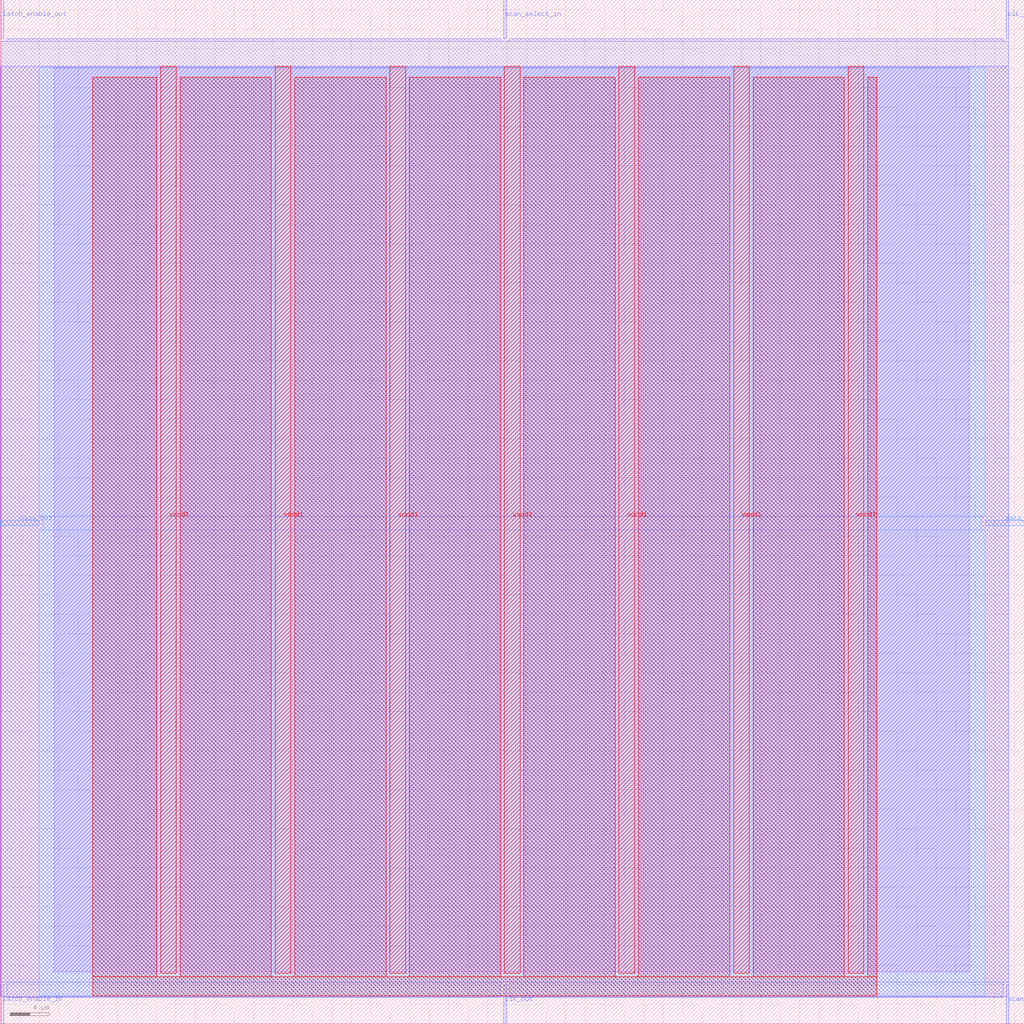
<source format=lef>
VERSION 5.7 ;
  NOWIREEXTENSIONATPIN ON ;
  DIVIDERCHAR "/" ;
  BUSBITCHARS "[]" ;
MACRO scan_wrapper_341404507891040852
  CLASS BLOCK ;
  FOREIGN scan_wrapper_341404507891040852 ;
  ORIGIN 0.000 0.000 ;
  SIZE 105.000 BY 105.000 ;
  PIN clk_in
    DIRECTION INPUT ;
    USE SIGNAL ;
    PORT
      LAYER met2 ;
        RECT 103.130 101.000 103.410 105.000 ;
    END
  END clk_in
  PIN clk_out
    DIRECTION OUTPUT TRISTATE ;
    USE SIGNAL ;
    PORT
      LAYER met2 ;
        RECT 51.610 0.000 51.890 4.000 ;
    END
  END clk_out
  PIN data_in
    DIRECTION INPUT ;
    USE SIGNAL ;
    PORT
      LAYER met3 ;
        RECT 101.000 51.040 105.000 51.640 ;
    END
  END data_in
  PIN data_out
    DIRECTION OUTPUT TRISTATE ;
    USE SIGNAL ;
    PORT
      LAYER met3 ;
        RECT 0.000 51.040 4.000 51.640 ;
    END
  END data_out
  PIN latch_enable_in
    DIRECTION INPUT ;
    USE SIGNAL ;
    PORT
      LAYER met2 ;
        RECT 0.090 0.000 0.370 4.000 ;
    END
  END latch_enable_in
  PIN latch_enable_out
    DIRECTION OUTPUT TRISTATE ;
    USE SIGNAL ;
    PORT
      LAYER met2 ;
        RECT 0.090 101.000 0.370 105.000 ;
    END
  END latch_enable_out
  PIN scan_select_in
    DIRECTION INPUT ;
    USE SIGNAL ;
    PORT
      LAYER met2 ;
        RECT 51.610 101.000 51.890 105.000 ;
    END
  END scan_select_in
  PIN scan_select_out
    DIRECTION OUTPUT TRISTATE ;
    USE SIGNAL ;
    PORT
      LAYER met2 ;
        RECT 103.130 0.000 103.410 4.000 ;
    END
  END scan_select_out
  PIN vccd1
    DIRECTION INOUT ;
    USE POWER ;
    PORT
      LAYER met4 ;
        RECT 16.465 5.200 18.065 98.160 ;
    END
    PORT
      LAYER met4 ;
        RECT 39.955 5.200 41.555 98.160 ;
    END
    PORT
      LAYER met4 ;
        RECT 63.445 5.200 65.045 98.160 ;
    END
    PORT
      LAYER met4 ;
        RECT 86.935 5.200 88.535 98.160 ;
    END
  END vccd1
  PIN vssd1
    DIRECTION INOUT ;
    USE GROUND ;
    PORT
      LAYER met4 ;
        RECT 28.210 5.200 29.810 98.160 ;
    END
    PORT
      LAYER met4 ;
        RECT 51.700 5.200 53.300 98.160 ;
    END
    PORT
      LAYER met4 ;
        RECT 75.190 5.200 76.790 98.160 ;
    END
  END vssd1
  OBS
      LAYER li1 ;
        RECT 5.520 5.355 99.360 98.005 ;
      LAYER met1 ;
        RECT 0.070 2.760 103.430 98.160 ;
      LAYER met2 ;
        RECT 0.650 100.720 51.330 101.000 ;
        RECT 52.170 100.720 102.850 101.000 ;
        RECT 0.100 4.280 103.400 100.720 ;
        RECT 0.650 2.730 51.330 4.280 ;
        RECT 52.170 2.730 102.850 4.280 ;
      LAYER met3 ;
        RECT 4.000 52.040 101.000 98.085 ;
        RECT 4.400 50.640 100.600 52.040 ;
        RECT 4.000 2.895 101.000 50.640 ;
      LAYER met4 ;
        RECT 9.495 4.800 16.065 97.065 ;
        RECT 18.465 4.800 27.810 97.065 ;
        RECT 30.210 4.800 39.555 97.065 ;
        RECT 41.955 4.800 51.300 97.065 ;
        RECT 53.700 4.800 63.045 97.065 ;
        RECT 65.445 4.800 74.790 97.065 ;
        RECT 77.190 4.800 86.535 97.065 ;
        RECT 88.935 4.800 89.865 97.065 ;
        RECT 9.495 2.895 89.865 4.800 ;
  END
END scan_wrapper_341404507891040852
END LIBRARY


</source>
